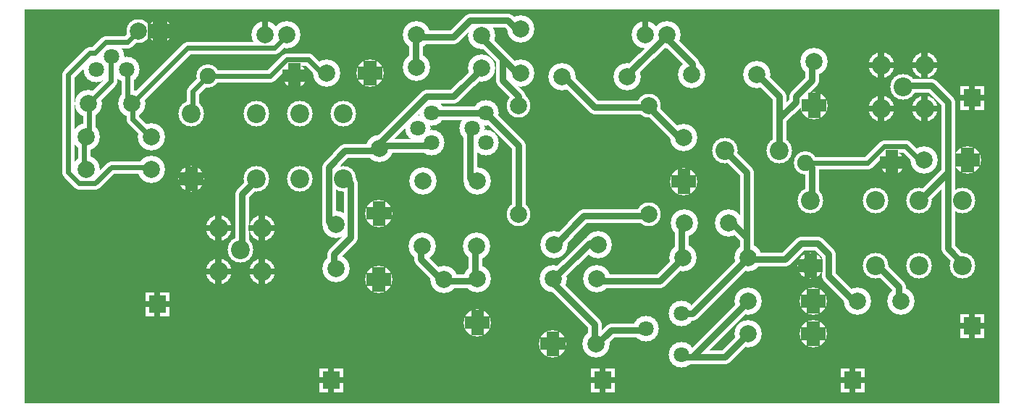
<source format=gbr>
%FSLAX34Y34*%
%MOMM*%
%LNCOPPER_BOTTOM*%
G71*
G01*
%ADD10C,2.800*%
%ADD11C,3.000*%
%ADD12C,3.200*%
%ADD13C,3.000*%
%ADD14C,2.800*%
%ADD15C,1.600*%
%ADD16C,2.700*%
%ADD17C,1.400*%
%ADD18C,0.733*%
%ADD19C,0.667*%
%ADD20C,1.467*%
%ADD21C,0.813*%
%ADD22C,1.693*%
%ADD23C,2.000*%
%ADD24C,1.800*%
%ADD25C,2.200*%
%ADD26C,4.300*%
%ADD27C,2.000*%
%ADD28C,0.800*%
%ADD29C,1.900*%
%ADD30C,0.600*%
%LPD*%
G36*
X0Y0D02*
X1140000Y0D01*
X1140000Y-460000D01*
X0Y-460000D01*
X0Y0D01*
G37*
%LPC*%
X577850Y-112650D02*
G54D10*
D03*
X730250Y-112650D02*
G54D10*
D03*
X577850Y-239650D02*
G54D10*
D03*
X730250Y-239650D02*
G54D10*
D03*
X476250Y-120650D02*
G54D11*
D03*
X460350Y-138225D02*
G54D11*
D03*
X476285Y-155841D02*
G54D11*
D03*
X539750Y-120650D02*
G54D11*
D03*
X523850Y-138225D02*
G54D11*
D03*
X539785Y-155841D02*
G54D11*
D03*
X465479Y-276275D02*
G54D12*
D03*
X465529Y-200025D02*
G54D12*
D03*
X528979Y-276275D02*
G54D12*
D03*
X529029Y-200025D02*
G54D12*
D03*
X226781Y-255519D02*
G54D13*
D03*
X277581Y-255519D02*
G54D13*
D03*
X252181Y-280919D02*
G54D13*
D03*
X277581Y-306319D02*
G54D13*
D03*
X226781Y-306319D02*
G54D13*
D03*
G36*
X141576Y-330363D02*
X169576Y-330363D01*
X169576Y-358363D01*
X141576Y-358363D01*
X141576Y-330363D01*
G37*
X768350Y-355600D02*
G54D11*
D03*
X727050Y-373175D02*
G54D11*
D03*
X768385Y-403491D02*
G54D11*
D03*
X529631Y-314991D02*
G54D12*
D03*
X529743Y-365972D02*
G54D12*
D03*
X414190Y-315506D02*
G54D12*
D03*
X490440Y-315556D02*
G54D12*
D03*
X414679Y-238175D02*
G54D12*
D03*
X414729Y-161925D02*
G54D12*
D03*
X458640Y-29756D02*
G54D12*
D03*
X534890Y-29806D02*
G54D12*
D03*
X458640Y-67856D02*
G54D12*
D03*
X534890Y-67906D02*
G54D12*
D03*
X580431Y-22891D02*
G54D12*
D03*
X580543Y-73872D02*
G54D12*
D03*
X628230Y-78696D02*
G54D12*
D03*
X704480Y-78746D02*
G54D12*
D03*
X770931Y-149891D02*
G54D12*
D03*
X771043Y-200872D02*
G54D12*
D03*
X670422Y-275076D02*
G54D12*
D03*
X619441Y-275189D02*
G54D12*
D03*
X845990Y-340906D02*
G54D12*
D03*
X922240Y-340956D02*
G54D12*
D03*
X668679Y-390575D02*
G54D12*
D03*
X668729Y-314325D02*
G54D12*
D03*
X617879Y-390575D02*
G54D12*
D03*
X617929Y-314325D02*
G54D12*
D03*
X769790Y-290106D02*
G54D12*
D03*
X846040Y-290156D02*
G54D12*
D03*
X845990Y-379006D02*
G54D12*
D03*
X922240Y-379056D02*
G54D12*
D03*
X822822Y-249676D02*
G54D12*
D03*
X771841Y-249789D02*
G54D12*
D03*
X974079Y-340710D02*
G54D12*
D03*
X1025059Y-340598D02*
G54D12*
D03*
X923331Y-60991D02*
G54D12*
D03*
X923443Y-111972D02*
G54D12*
D03*
X771043Y-200872D02*
G54D14*
D03*
X617879Y-390575D02*
G54D14*
D03*
X922240Y-340956D02*
G54D14*
D03*
X922240Y-340956D02*
G54D14*
D03*
X922240Y-379056D02*
G54D14*
D03*
X819150Y-165100D02*
G54D13*
D03*
X882650Y-165100D02*
G54D13*
D03*
X923443Y-111972D02*
G54D14*
D03*
X780322Y-75867D02*
G54D12*
D03*
X856572Y-75917D02*
G54D12*
D03*
X856572Y-75917D02*
G54D12*
D03*
X414190Y-315506D02*
G54D14*
D03*
X414679Y-238175D02*
G54D14*
D03*
X364531Y-251491D02*
G54D12*
D03*
X364643Y-302472D02*
G54D12*
D03*
X1001481Y-65019D02*
G54D13*
D03*
X1052281Y-65019D02*
G54D13*
D03*
X1026881Y-90419D02*
G54D13*
D03*
X1052281Y-115819D02*
G54D13*
D03*
X1001481Y-115819D02*
G54D13*
D03*
X725625Y-29175D02*
G54D12*
D03*
X751125Y-29175D02*
G54D12*
D03*
G54D15*
X414729Y-161925D02*
X412750Y-165100D01*
X419100Y-158750D01*
X476250Y-158750D01*
X476285Y-155841D01*
G54D15*
X490440Y-315556D02*
X488950Y-317500D01*
X463550Y-292100D01*
X463550Y-279400D01*
X465479Y-276275D01*
G54D15*
X529631Y-314991D02*
X527050Y-317500D01*
X527050Y-279400D01*
X528979Y-276275D01*
G54D15*
X617929Y-314325D02*
X615950Y-317500D01*
X660400Y-273050D01*
X673100Y-273050D01*
X670422Y-275076D01*
G54D15*
X619441Y-275189D02*
X622300Y-273050D01*
X654050Y-241300D01*
X730250Y-241300D01*
X730250Y-239650D01*
G54D15*
X617929Y-314325D02*
X615950Y-317500D01*
X666750Y-368300D01*
X666750Y-393700D01*
X668679Y-390575D01*
G54D15*
X769790Y-290106D02*
X768350Y-292100D01*
X742950Y-317500D01*
X666750Y-317500D01*
X668729Y-314325D01*
G54D15*
X668679Y-390575D02*
X666750Y-393700D01*
X685800Y-374650D01*
X723900Y-374650D01*
X727050Y-373175D01*
G54D15*
X846040Y-290156D02*
X844550Y-292100D01*
X781050Y-355600D01*
X768350Y-355600D01*
G54D15*
X845990Y-340906D02*
X844550Y-342900D01*
X781050Y-406400D01*
X768350Y-406400D01*
X768385Y-403491D01*
G54D15*
X845990Y-379006D02*
X844550Y-381000D01*
X819150Y-406400D01*
X768350Y-406400D01*
X768385Y-403491D01*
G54D15*
X771841Y-249789D02*
X774700Y-247650D01*
X768350Y-254000D01*
X768350Y-292100D01*
X769790Y-290106D01*
G54D15*
X822822Y-249676D02*
X825500Y-247650D01*
X844550Y-266700D01*
X844550Y-292100D01*
X846040Y-290156D01*
G54D15*
X819150Y-165100D02*
X844550Y-190500D01*
X844550Y-292100D01*
X846040Y-290156D01*
G54D15*
X882650Y-127000D02*
X901700Y-107950D01*
X901700Y-101600D01*
X920750Y-82550D01*
X920750Y-63500D01*
X923331Y-60991D01*
G54D15*
X856572Y-75917D02*
X857250Y-76200D01*
X882650Y-101600D01*
X882650Y-165100D01*
G54D15*
X751125Y-29175D02*
X749300Y-31750D01*
X781050Y-63500D01*
X781050Y-76200D01*
X780322Y-75867D01*
G54D15*
X751125Y-29175D02*
X749300Y-31750D01*
X704850Y-76200D01*
X704480Y-78746D01*
G54D15*
X770931Y-149891D02*
X768350Y-152400D01*
X730250Y-114300D01*
X730250Y-112650D01*
G54D15*
X628230Y-78696D02*
X628650Y-76200D01*
X666750Y-114300D01*
X730250Y-114300D01*
X730250Y-112650D01*
G54D15*
X539750Y-120650D02*
X577850Y-158750D01*
X577850Y-241300D01*
X577850Y-239650D01*
G54D15*
X529029Y-200025D02*
X527050Y-203200D01*
X520700Y-196850D01*
X520700Y-139700D01*
X523850Y-138225D01*
G54D15*
X539750Y-120650D02*
X476250Y-120650D01*
G54D15*
X534890Y-67906D02*
X533400Y-69850D01*
X501650Y-101600D01*
X469900Y-101600D01*
X412750Y-158750D01*
X412750Y-165100D01*
X414729Y-161925D01*
G54D15*
X534890Y-29806D02*
X533400Y-31750D01*
X558800Y-57150D01*
X558800Y-82550D01*
X577850Y-101600D01*
X577850Y-114300D01*
X577850Y-112650D01*
G54D15*
X580543Y-73872D02*
X577850Y-76200D01*
X533400Y-31750D01*
X534890Y-29806D01*
G54D15*
X580431Y-22891D02*
X577850Y-25400D01*
X565150Y-12700D01*
X520700Y-12700D01*
X501650Y-31750D01*
X457200Y-31750D01*
X458640Y-29756D01*
G54D15*
X490440Y-315556D02*
X488950Y-317500D01*
X527050Y-317500D01*
X529631Y-314991D01*
X529743Y-365972D02*
G54D14*
D03*
G54D15*
X458640Y-67856D02*
X457200Y-69850D01*
X457200Y-31750D01*
X458640Y-29756D01*
G36*
X344776Y-419263D02*
X372776Y-419263D01*
X372776Y-447263D01*
X344776Y-447263D01*
X344776Y-419263D01*
G37*
G36*
X954376Y-419263D02*
X982376Y-419263D01*
X982376Y-447263D01*
X954376Y-447263D01*
X954376Y-419263D01*
G37*
G36*
X1094076Y-355763D02*
X1122076Y-355763D01*
X1122076Y-383763D01*
X1094076Y-383763D01*
X1094076Y-355763D01*
G37*
G36*
X662276Y-419263D02*
X690276Y-419263D01*
X690276Y-447263D01*
X662276Y-447263D01*
X662276Y-419263D01*
G37*
X195150Y-197912D02*
G54D13*
D03*
X195150Y-121712D02*
G54D13*
D03*
X271350Y-197912D02*
G54D13*
D03*
X322150Y-197912D02*
G54D13*
D03*
X372950Y-197912D02*
G54D13*
D03*
X271350Y-121711D02*
G54D13*
D03*
X322150Y-121711D02*
G54D13*
D03*
X372950Y-121712D02*
G54D13*
D03*
X315799Y-77261D02*
G54D16*
D03*
X214199Y-77261D02*
G54D16*
D03*
X404192Y-74303D02*
G54D12*
D03*
X353212Y-74415D02*
G54D12*
D03*
X315799Y-77261D02*
G54D14*
D03*
X404192Y-74303D02*
G54D14*
D03*
G54D17*
X353211Y-74415D02*
X350849Y-77261D01*
X331799Y-58211D01*
X306399Y-58211D01*
X287349Y-77261D01*
X211149Y-77261D01*
X214199Y-77261D01*
X281125Y-29175D02*
G54D12*
D03*
X306625Y-29175D02*
G54D12*
D03*
X919050Y-299512D02*
G54D13*
D03*
X919050Y-223312D02*
G54D13*
D03*
X995250Y-299512D02*
G54D13*
D03*
X1046050Y-299512D02*
G54D13*
D03*
X1096850Y-299512D02*
G54D13*
D03*
X995250Y-223311D02*
G54D13*
D03*
X1046050Y-223311D02*
G54D13*
D03*
X1096850Y-223312D02*
G54D13*
D03*
X1014299Y-178861D02*
G54D16*
D03*
X912699Y-178861D02*
G54D16*
D03*
X1102692Y-175903D02*
G54D12*
D03*
X1051712Y-176015D02*
G54D12*
D03*
X1014299Y-178861D02*
G54D14*
D03*
X1102692Y-175903D02*
G54D14*
D03*
G54D17*
X1051711Y-176015D02*
X1049349Y-178861D01*
X1030299Y-159811D01*
X1004899Y-159811D01*
X985849Y-178861D01*
X909649Y-178861D01*
X912699Y-178861D01*
G54D15*
X912699Y-178861D02*
X914400Y-177800D01*
X920750Y-184150D01*
X920750Y-222250D01*
X919050Y-223312D01*
G54D15*
X271350Y-197912D02*
X273050Y-196850D01*
X254000Y-215900D01*
X254000Y-279400D01*
X252181Y-280919D01*
G54D15*
X372950Y-197912D02*
X374650Y-196850D01*
X381000Y-203200D01*
X381000Y-266700D01*
X361950Y-285750D01*
X361950Y-304800D01*
X364643Y-302472D01*
G54D15*
X364531Y-251491D02*
X361950Y-254000D01*
X355600Y-247650D01*
X355600Y-184150D01*
X374650Y-165100D01*
X412750Y-165100D01*
X414729Y-161925D01*
X195150Y-197912D02*
G54D14*
D03*
X919050Y-299512D02*
G54D14*
D03*
G54D15*
X974079Y-340710D02*
X971550Y-342900D01*
X939800Y-311150D01*
X939800Y-285750D01*
X927100Y-273050D01*
X908050Y-273050D01*
X889000Y-292100D01*
X844550Y-292100D01*
X846040Y-290156D01*
G54D15*
X995250Y-299512D02*
X996950Y-298450D01*
X1022350Y-323850D01*
X1022350Y-342900D01*
X1025059Y-340598D01*
G54D15*
X1096850Y-299512D02*
X1098550Y-298450D01*
X1079500Y-279400D01*
X1079500Y-107950D01*
X1060450Y-88900D01*
X1028700Y-88900D01*
X1026881Y-90419D01*
G54D15*
X1046050Y-223311D02*
X1047750Y-222250D01*
X1079500Y-190500D01*
X1079500Y-107950D01*
X1060450Y-88900D01*
X1028700Y-88900D01*
X1026881Y-90419D01*
G36*
X1094076Y-89063D02*
X1122076Y-89063D01*
X1122076Y-117063D01*
X1094076Y-117063D01*
X1094076Y-89063D01*
G37*
X119468Y-70278D02*
G54D11*
D03*
X101893Y-54378D02*
G54D11*
D03*
X84277Y-70313D02*
G54D11*
D03*
X74403Y-109665D02*
G54D12*
D03*
X125384Y-109552D02*
G54D12*
D03*
X71996Y-149012D02*
G54D12*
D03*
X148246Y-149062D02*
G54D12*
D03*
X71996Y-187112D02*
G54D12*
D03*
X148246Y-187162D02*
G54D12*
D03*
G54D17*
X148245Y-149061D02*
X145746Y-147069D01*
X126696Y-128019D01*
X126696Y-108969D01*
X125384Y-109552D01*
G54D17*
X125384Y-109552D02*
X126696Y-108969D01*
X120346Y-102619D01*
X120346Y-70869D01*
X119468Y-70278D01*
G54D17*
X74403Y-109664D02*
X75896Y-108969D01*
X101296Y-83569D01*
X101296Y-51819D01*
X101893Y-54378D01*
G54D17*
X71995Y-149011D02*
X69546Y-147069D01*
X75896Y-140719D01*
X75896Y-108969D01*
X74403Y-109664D01*
G54D17*
X71995Y-187112D02*
X69546Y-185169D01*
X69546Y-147069D01*
X71995Y-149011D01*
X133350Y-25400D02*
G54D10*
D03*
X158750Y-25400D02*
G54D10*
D03*
G54D17*
X125384Y-109552D02*
X127000Y-107950D01*
X190500Y-44450D01*
X292100Y-44450D01*
X304800Y-31750D01*
X306625Y-29175D01*
G54D17*
X133350Y-25400D02*
X120650Y-38100D01*
X95250Y-38100D01*
X82550Y-50800D01*
X76200Y-50800D01*
X50800Y-76200D01*
X50800Y-190500D01*
X63500Y-203200D01*
X82550Y-203200D01*
X101600Y-184150D01*
X146050Y-184150D01*
X148246Y-187162D01*
G54D17*
X214199Y-77261D02*
X215900Y-76200D01*
X196850Y-95250D01*
X196850Y-120650D01*
X195150Y-121712D01*
%LPD*%
G54D18*
G36*
X223115Y-255519D02*
X223115Y-240019D01*
X230448Y-240019D01*
X230448Y-255519D01*
X223115Y-255519D01*
G37*
G36*
X226781Y-251852D02*
X242281Y-251852D01*
X242281Y-259185D01*
X226781Y-259185D01*
X226781Y-251852D01*
G37*
G36*
X230448Y-255519D02*
X230448Y-271019D01*
X223115Y-271019D01*
X223115Y-255519D01*
X230448Y-255519D01*
G37*
G36*
X226781Y-259185D02*
X211281Y-259185D01*
X211281Y-251852D01*
X226781Y-251852D01*
X226781Y-259185D01*
G37*
G54D18*
G36*
X273915Y-255519D02*
X273915Y-240019D01*
X281248Y-240019D01*
X281248Y-255519D01*
X273915Y-255519D01*
G37*
G36*
X277581Y-251852D02*
X293081Y-251852D01*
X293081Y-259185D01*
X277581Y-259185D01*
X277581Y-251852D01*
G37*
G36*
X281248Y-255519D02*
X281248Y-271019D01*
X273915Y-271019D01*
X273915Y-255519D01*
X281248Y-255519D01*
G37*
G36*
X277581Y-259185D02*
X262081Y-259185D01*
X262081Y-251852D01*
X277581Y-251852D01*
X277581Y-259185D01*
G37*
G54D18*
G36*
X273915Y-306319D02*
X273915Y-290819D01*
X281248Y-290819D01*
X281248Y-306319D01*
X273915Y-306319D01*
G37*
G36*
X277581Y-302652D02*
X293081Y-302652D01*
X293081Y-309985D01*
X277581Y-309985D01*
X277581Y-302652D01*
G37*
G36*
X281248Y-306319D02*
X281248Y-321819D01*
X273915Y-321819D01*
X273915Y-306319D01*
X281248Y-306319D01*
G37*
G36*
X277581Y-309985D02*
X262081Y-309985D01*
X262081Y-302652D01*
X277581Y-302652D01*
X277581Y-309985D01*
G37*
G54D18*
G36*
X223115Y-306319D02*
X223115Y-290819D01*
X230448Y-290819D01*
X230448Y-306319D01*
X223115Y-306319D01*
G37*
G36*
X226781Y-302652D02*
X242281Y-302652D01*
X242281Y-309985D01*
X226781Y-309985D01*
X226781Y-302652D01*
G37*
G36*
X230448Y-306319D02*
X230448Y-321819D01*
X223115Y-321819D01*
X223115Y-306319D01*
X230448Y-306319D01*
G37*
G36*
X226781Y-309985D02*
X211281Y-309985D01*
X211281Y-302652D01*
X226781Y-302652D01*
X226781Y-309985D01*
G37*
G54D19*
G36*
X152243Y-344363D02*
X152243Y-329863D01*
X158909Y-329863D01*
X158909Y-344363D01*
X152243Y-344363D01*
G37*
G36*
X155576Y-341030D02*
X170076Y-341030D01*
X170076Y-347696D01*
X155576Y-347696D01*
X155576Y-341030D01*
G37*
G36*
X158909Y-344363D02*
X158909Y-358863D01*
X152243Y-358863D01*
X152243Y-344363D01*
X158909Y-344363D01*
G37*
G36*
X155576Y-347696D02*
X141076Y-347696D01*
X141076Y-341030D01*
X155576Y-341030D01*
X155576Y-347696D01*
G37*
G54D20*
G36*
X763710Y-200872D02*
X763710Y-186372D01*
X778377Y-186372D01*
X778377Y-200872D01*
X763710Y-200872D01*
G37*
G36*
X771043Y-193538D02*
X785543Y-193538D01*
X785543Y-208205D01*
X771043Y-208205D01*
X771043Y-193538D01*
G37*
G36*
X778377Y-200872D02*
X778377Y-215372D01*
X763710Y-215372D01*
X763710Y-200872D01*
X778377Y-200872D01*
G37*
G36*
X771043Y-208205D02*
X756543Y-208205D01*
X756543Y-193538D01*
X771043Y-193538D01*
X771043Y-208205D01*
G37*
G54D20*
G36*
X610546Y-390575D02*
X610546Y-376075D01*
X625212Y-376075D01*
X625212Y-390575D01*
X610546Y-390575D01*
G37*
G36*
X617879Y-383242D02*
X632379Y-383242D01*
X632379Y-397908D01*
X617879Y-397908D01*
X617879Y-383242D01*
G37*
G36*
X625212Y-390575D02*
X625212Y-405075D01*
X610546Y-405075D01*
X610546Y-390575D01*
X625212Y-390575D01*
G37*
G36*
X617879Y-397908D02*
X603379Y-397908D01*
X603379Y-383242D01*
X617879Y-383242D01*
X617879Y-397908D01*
G37*
G54D20*
G36*
X914907Y-340956D02*
X914907Y-326456D01*
X929573Y-326456D01*
X929573Y-340956D01*
X914907Y-340956D01*
G37*
G36*
X922240Y-333622D02*
X936740Y-333622D01*
X936740Y-348289D01*
X922240Y-348289D01*
X922240Y-333622D01*
G37*
G36*
X929573Y-340956D02*
X929573Y-355456D01*
X914907Y-355456D01*
X914907Y-340956D01*
X929573Y-340956D01*
G37*
G36*
X922240Y-348289D02*
X907740Y-348289D01*
X907740Y-333622D01*
X922240Y-333622D01*
X922240Y-348289D01*
G37*
G54D20*
G36*
X914907Y-340956D02*
X914907Y-326456D01*
X929573Y-326456D01*
X929573Y-340956D01*
X914907Y-340956D01*
G37*
G36*
X922240Y-333622D02*
X936740Y-333622D01*
X936740Y-348289D01*
X922240Y-348289D01*
X922240Y-333622D01*
G37*
G36*
X929573Y-340956D02*
X929573Y-355456D01*
X914907Y-355456D01*
X914907Y-340956D01*
X929573Y-340956D01*
G37*
G36*
X922240Y-348289D02*
X907740Y-348289D01*
X907740Y-333622D01*
X922240Y-333622D01*
X922240Y-348289D01*
G37*
G54D20*
G36*
X914907Y-379056D02*
X914907Y-364556D01*
X929573Y-364556D01*
X929573Y-379056D01*
X914907Y-379056D01*
G37*
G36*
X922240Y-371722D02*
X936740Y-371722D01*
X936740Y-386389D01*
X922240Y-386389D01*
X922240Y-371722D01*
G37*
G36*
X929573Y-379056D02*
X929573Y-393556D01*
X914907Y-393556D01*
X914907Y-379056D01*
X929573Y-379056D01*
G37*
G36*
X922240Y-386389D02*
X907740Y-386389D01*
X907740Y-371722D01*
X922240Y-371722D01*
X922240Y-386389D01*
G37*
G54D20*
G36*
X916110Y-111972D02*
X916110Y-97472D01*
X930777Y-97472D01*
X930777Y-111972D01*
X916110Y-111972D01*
G37*
G36*
X923443Y-104638D02*
X937943Y-104638D01*
X937943Y-119305D01*
X923443Y-119305D01*
X923443Y-104638D01*
G37*
G36*
X930777Y-111972D02*
X930777Y-126472D01*
X916110Y-126472D01*
X916110Y-111972D01*
X930777Y-111972D01*
G37*
G36*
X923443Y-119305D02*
X908943Y-119305D01*
X908943Y-104638D01*
X923443Y-104638D01*
X923443Y-119305D01*
G37*
G54D20*
G36*
X406857Y-315506D02*
X406857Y-301006D01*
X421523Y-301006D01*
X421523Y-315506D01*
X406857Y-315506D01*
G37*
G36*
X414190Y-308172D02*
X428690Y-308172D01*
X428690Y-322839D01*
X414190Y-322839D01*
X414190Y-308172D01*
G37*
G36*
X421523Y-315506D02*
X421523Y-330006D01*
X406857Y-330006D01*
X406857Y-315506D01*
X421523Y-315506D01*
G37*
G36*
X414190Y-322839D02*
X399690Y-322839D01*
X399690Y-308172D01*
X414190Y-308172D01*
X414190Y-322839D01*
G37*
G54D20*
G36*
X407346Y-238175D02*
X407346Y-223675D01*
X422012Y-223675D01*
X422012Y-238175D01*
X407346Y-238175D01*
G37*
G36*
X414679Y-230842D02*
X429179Y-230842D01*
X429179Y-245508D01*
X414679Y-245508D01*
X414679Y-230842D01*
G37*
G36*
X422012Y-238175D02*
X422012Y-252675D01*
X407346Y-252675D01*
X407346Y-238175D01*
X422012Y-238175D01*
G37*
G36*
X414679Y-245508D02*
X400179Y-245508D01*
X400179Y-230842D01*
X414679Y-230842D01*
X414679Y-245508D01*
G37*
G54D18*
G36*
X997815Y-65019D02*
X997815Y-49519D01*
X1005148Y-49519D01*
X1005148Y-65019D01*
X997815Y-65019D01*
G37*
G36*
X1001481Y-61352D02*
X1016981Y-61352D01*
X1016981Y-68685D01*
X1001481Y-68685D01*
X1001481Y-61352D01*
G37*
G36*
X1005148Y-65019D02*
X1005148Y-80519D01*
X997815Y-80519D01*
X997815Y-65019D01*
X1005148Y-65019D01*
G37*
G36*
X1001481Y-68685D02*
X985981Y-68685D01*
X985981Y-61352D01*
X1001481Y-61352D01*
X1001481Y-68685D01*
G37*
G54D18*
G36*
X1048615Y-65019D02*
X1048615Y-49519D01*
X1055948Y-49519D01*
X1055948Y-65019D01*
X1048615Y-65019D01*
G37*
G36*
X1052281Y-61352D02*
X1067781Y-61352D01*
X1067781Y-68685D01*
X1052281Y-68685D01*
X1052281Y-61352D01*
G37*
G36*
X1055948Y-65019D02*
X1055948Y-80519D01*
X1048615Y-80519D01*
X1048615Y-65019D01*
X1055948Y-65019D01*
G37*
G36*
X1052281Y-68685D02*
X1036781Y-68685D01*
X1036781Y-61352D01*
X1052281Y-61352D01*
X1052281Y-68685D01*
G37*
G54D18*
G36*
X1048615Y-115819D02*
X1048615Y-100319D01*
X1055948Y-100319D01*
X1055948Y-115819D01*
X1048615Y-115819D01*
G37*
G36*
X1052281Y-112152D02*
X1067781Y-112152D01*
X1067781Y-119485D01*
X1052281Y-119485D01*
X1052281Y-112152D01*
G37*
G36*
X1055948Y-115819D02*
X1055948Y-131319D01*
X1048615Y-131319D01*
X1048615Y-115819D01*
X1055948Y-115819D01*
G37*
G36*
X1052281Y-119485D02*
X1036781Y-119485D01*
X1036781Y-112152D01*
X1052281Y-112152D01*
X1052281Y-119485D01*
G37*
G54D18*
G36*
X997815Y-115819D02*
X997815Y-100319D01*
X1005148Y-100319D01*
X1005148Y-115819D01*
X997815Y-115819D01*
G37*
G36*
X1001481Y-112152D02*
X1016981Y-112152D01*
X1016981Y-119485D01*
X1001481Y-119485D01*
X1001481Y-112152D01*
G37*
G36*
X1005148Y-115819D02*
X1005148Y-131319D01*
X997815Y-131319D01*
X997815Y-115819D01*
X1005148Y-115819D01*
G37*
G36*
X1001481Y-119485D02*
X985981Y-119485D01*
X985981Y-112152D01*
X1001481Y-112152D01*
X1001481Y-119485D01*
G37*
G54D19*
G36*
X722292Y-29175D02*
X722292Y-12675D01*
X728958Y-12675D01*
X728958Y-29175D01*
X722292Y-29175D01*
G37*
G54D21*
G54D20*
G36*
X522410Y-365972D02*
X522410Y-351472D01*
X537077Y-351472D01*
X537077Y-365972D01*
X522410Y-365972D01*
G37*
G36*
X529743Y-358638D02*
X544243Y-358638D01*
X544243Y-373305D01*
X529743Y-373305D01*
X529743Y-358638D01*
G37*
G36*
X537077Y-365972D02*
X537077Y-380472D01*
X522410Y-380472D01*
X522410Y-365972D01*
X537077Y-365972D01*
G37*
G36*
X529743Y-373305D02*
X515243Y-373305D01*
X515243Y-358638D01*
X529743Y-358638D01*
X529743Y-373305D01*
G37*
G54D19*
G36*
X355443Y-433263D02*
X355443Y-418763D01*
X362109Y-418763D01*
X362109Y-433263D01*
X355443Y-433263D01*
G37*
G36*
X358776Y-429930D02*
X373276Y-429930D01*
X373276Y-436596D01*
X358776Y-436596D01*
X358776Y-429930D01*
G37*
G36*
X362109Y-433263D02*
X362109Y-447763D01*
X355443Y-447763D01*
X355443Y-433263D01*
X362109Y-433263D01*
G37*
G36*
X358776Y-436596D02*
X344276Y-436596D01*
X344276Y-429930D01*
X358776Y-429930D01*
X358776Y-436596D01*
G37*
G54D19*
G36*
X965043Y-433263D02*
X965043Y-418763D01*
X971709Y-418763D01*
X971709Y-433263D01*
X965043Y-433263D01*
G37*
G36*
X968376Y-429930D02*
X982876Y-429930D01*
X982876Y-436596D01*
X968376Y-436596D01*
X968376Y-429930D01*
G37*
G36*
X971709Y-433263D02*
X971709Y-447763D01*
X965043Y-447763D01*
X965043Y-433263D01*
X971709Y-433263D01*
G37*
G36*
X968376Y-436596D02*
X953876Y-436596D01*
X953876Y-429930D01*
X968376Y-429930D01*
X968376Y-436596D01*
G37*
G54D19*
G36*
X1104743Y-369763D02*
X1104743Y-355263D01*
X1111409Y-355263D01*
X1111409Y-369763D01*
X1104743Y-369763D01*
G37*
G36*
X1108076Y-366430D02*
X1122576Y-366430D01*
X1122576Y-373096D01*
X1108076Y-373096D01*
X1108076Y-366430D01*
G37*
G36*
X1111409Y-369763D02*
X1111409Y-384263D01*
X1104743Y-384263D01*
X1104743Y-369763D01*
X1111409Y-369763D01*
G37*
G36*
X1108076Y-373096D02*
X1093576Y-373096D01*
X1093576Y-366430D01*
X1108076Y-366430D01*
X1108076Y-373096D01*
G37*
G54D19*
G36*
X672943Y-433263D02*
X672943Y-418763D01*
X679609Y-418763D01*
X679609Y-433263D01*
X672943Y-433263D01*
G37*
G36*
X676276Y-429930D02*
X690776Y-429930D01*
X690776Y-436596D01*
X676276Y-436596D01*
X676276Y-429930D01*
G37*
G36*
X679609Y-433263D02*
X679609Y-447763D01*
X672943Y-447763D01*
X672943Y-433263D01*
X679609Y-433263D01*
G37*
G36*
X676276Y-436596D02*
X661776Y-436596D01*
X661776Y-429930D01*
X676276Y-429930D01*
X676276Y-436596D01*
G37*
G54D20*
G36*
X315799Y-84594D02*
X301299Y-84594D01*
X301299Y-69928D01*
X315799Y-69928D01*
X315799Y-84594D01*
G37*
G36*
X308466Y-77261D02*
X308466Y-62761D01*
X323132Y-62761D01*
X323132Y-77261D01*
X308466Y-77261D01*
G37*
G36*
X315799Y-69928D02*
X330299Y-69928D01*
X330299Y-84594D01*
X315799Y-84594D01*
X315799Y-69928D01*
G37*
G36*
X323132Y-77261D02*
X323132Y-91761D01*
X308466Y-91761D01*
X308466Y-77261D01*
X323132Y-77261D01*
G37*
G54D20*
G36*
X404192Y-81636D02*
X389692Y-81636D01*
X389692Y-66970D01*
X404192Y-66970D01*
X404192Y-81636D01*
G37*
G36*
X396859Y-74303D02*
X396859Y-59803D01*
X411525Y-59803D01*
X411525Y-74303D01*
X396859Y-74303D01*
G37*
G36*
X404192Y-66970D02*
X418692Y-66970D01*
X418692Y-81636D01*
X404192Y-81636D01*
X404192Y-66970D01*
G37*
G36*
X411525Y-74303D02*
X411525Y-88803D01*
X396859Y-88803D01*
X396859Y-74303D01*
X411525Y-74303D01*
G37*
G54D19*
G36*
X277792Y-29175D02*
X277792Y-12675D01*
X284458Y-12675D01*
X284458Y-29175D01*
X277792Y-29175D01*
G37*
G54D21*
G54D20*
G36*
X1014299Y-186194D02*
X999799Y-186194D01*
X999799Y-171528D01*
X1014299Y-171528D01*
X1014299Y-186194D01*
G37*
G36*
X1006966Y-178861D02*
X1006966Y-164361D01*
X1021633Y-164361D01*
X1021633Y-178861D01*
X1006966Y-178861D01*
G37*
G36*
X1014299Y-171528D02*
X1028799Y-171528D01*
X1028799Y-186194D01*
X1014299Y-186194D01*
X1014299Y-171528D01*
G37*
G36*
X1021633Y-178861D02*
X1021633Y-193361D01*
X1006966Y-193361D01*
X1006966Y-178861D01*
X1021633Y-178861D01*
G37*
G54D20*
G36*
X1102692Y-183236D02*
X1088192Y-183236D01*
X1088192Y-168570D01*
X1102692Y-168570D01*
X1102692Y-183236D01*
G37*
G36*
X1095359Y-175903D02*
X1095359Y-161403D01*
X1110025Y-161403D01*
X1110025Y-175903D01*
X1095359Y-175903D01*
G37*
G36*
X1102692Y-168570D02*
X1117192Y-168570D01*
X1117192Y-183236D01*
X1102692Y-183236D01*
X1102692Y-168570D01*
G37*
G36*
X1110025Y-175903D02*
X1110025Y-190403D01*
X1095359Y-190403D01*
X1095359Y-175903D01*
X1110025Y-175903D01*
G37*
G54D20*
G36*
X195150Y-205245D02*
X180650Y-205245D01*
X180650Y-190578D01*
X195150Y-190578D01*
X195150Y-205245D01*
G37*
G36*
X187817Y-197912D02*
X187817Y-183412D01*
X202483Y-183412D01*
X202483Y-197912D01*
X187817Y-197912D01*
G37*
G36*
X195150Y-190578D02*
X209650Y-190578D01*
X209650Y-205245D01*
X195150Y-205245D01*
X195150Y-190578D01*
G37*
G36*
X202483Y-197912D02*
X202483Y-212412D01*
X187817Y-212412D01*
X187817Y-197912D01*
X202483Y-197912D01*
G37*
G54D20*
G36*
X919050Y-306845D02*
X904550Y-306845D01*
X904550Y-292178D01*
X919050Y-292178D01*
X919050Y-306845D01*
G37*
G36*
X911717Y-299512D02*
X911717Y-285012D01*
X926383Y-285012D01*
X926383Y-299512D01*
X911717Y-299512D01*
G37*
G36*
X919050Y-292178D02*
X933550Y-292178D01*
X933550Y-306845D01*
X919050Y-306845D01*
X919050Y-292178D01*
G37*
G36*
X926383Y-299512D02*
X926383Y-314012D01*
X911717Y-314012D01*
X911717Y-299512D01*
X926383Y-299512D01*
G37*
G54D19*
G36*
X1104743Y-103063D02*
X1104743Y-88563D01*
X1111409Y-88563D01*
X1111409Y-103063D01*
X1104743Y-103063D01*
G37*
G36*
X1108076Y-99730D02*
X1122576Y-99730D01*
X1122576Y-106396D01*
X1108076Y-106396D01*
X1108076Y-99730D01*
G37*
G36*
X1111409Y-103063D02*
X1111409Y-117563D01*
X1104743Y-117563D01*
X1104743Y-103063D01*
X1111409Y-103063D01*
G37*
G36*
X1108076Y-106396D02*
X1093576Y-106396D01*
X1093576Y-99730D01*
X1108076Y-99730D01*
X1108076Y-106396D01*
G37*
G54D22*
G36*
X150283Y-25400D02*
X150283Y-10900D01*
X167217Y-10900D01*
X167217Y-25400D01*
X150283Y-25400D01*
G37*
G36*
X158750Y-16933D02*
X173250Y-16933D01*
X173250Y-33867D01*
X158750Y-33867D01*
X158750Y-16933D01*
G37*
G36*
X167217Y-25400D02*
X167217Y-39900D01*
X150283Y-39900D01*
X150283Y-25400D01*
X167217Y-25400D01*
G37*
G36*
X158750Y-33867D02*
X144250Y-33867D01*
X144250Y-16933D01*
X158750Y-16933D01*
X158750Y-33867D01*
G37*
X577850Y-112650D02*
G54D23*
D03*
X730250Y-112650D02*
G54D23*
D03*
X577850Y-239650D02*
G54D23*
D03*
X730250Y-239650D02*
G54D23*
D03*
X476250Y-120650D02*
G54D24*
D03*
X460350Y-138225D02*
G54D24*
D03*
X476285Y-155841D02*
G54D24*
D03*
X539750Y-120650D02*
G54D24*
D03*
X523850Y-138225D02*
G54D24*
D03*
X539785Y-155841D02*
G54D24*
D03*
X465479Y-276275D02*
G54D23*
D03*
X465529Y-200025D02*
G54D23*
D03*
X528979Y-276275D02*
G54D23*
D03*
X529029Y-200025D02*
G54D23*
D03*
X226781Y-255519D02*
G54D25*
D03*
X277581Y-255519D02*
G54D25*
D03*
X252181Y-280919D02*
G54D25*
D03*
X277581Y-306319D02*
G54D25*
D03*
X226781Y-306319D02*
G54D25*
D03*
X1108076Y-26863D02*
G54D26*
D03*
X1104900Y-419100D02*
G54D26*
D03*
G36*
X145576Y-334363D02*
X165576Y-334363D01*
X165576Y-354363D01*
X145576Y-354363D01*
X145576Y-334363D01*
G37*
X768350Y-355600D02*
G54D24*
D03*
X727050Y-373175D02*
G54D24*
D03*
X768385Y-403491D02*
G54D24*
D03*
X529631Y-314991D02*
G54D23*
D03*
X529743Y-365972D02*
G54D23*
D03*
X414190Y-315506D02*
G54D23*
D03*
X490440Y-315556D02*
G54D23*
D03*
X414679Y-238175D02*
G54D23*
D03*
X414729Y-161925D02*
G54D23*
D03*
X458640Y-29756D02*
G54D23*
D03*
X534890Y-29806D02*
G54D23*
D03*
X458640Y-67856D02*
G54D23*
D03*
X534890Y-67906D02*
G54D23*
D03*
X580431Y-22891D02*
G54D23*
D03*
X580543Y-73872D02*
G54D23*
D03*
X628230Y-78696D02*
G54D23*
D03*
X704480Y-78746D02*
G54D23*
D03*
X770931Y-149891D02*
G54D23*
D03*
X771043Y-200872D02*
G54D23*
D03*
X670422Y-275076D02*
G54D23*
D03*
X619441Y-275189D02*
G54D23*
D03*
X845990Y-340906D02*
G54D23*
D03*
X922240Y-340956D02*
G54D23*
D03*
X668679Y-390575D02*
G54D23*
D03*
X668729Y-314325D02*
G54D23*
D03*
X617879Y-390575D02*
G54D23*
D03*
X617929Y-314325D02*
G54D23*
D03*
X769790Y-290106D02*
G54D23*
D03*
X846040Y-290156D02*
G54D23*
D03*
X845990Y-379006D02*
G54D23*
D03*
X922240Y-379056D02*
G54D23*
D03*
X822822Y-249676D02*
G54D23*
D03*
X771841Y-249789D02*
G54D23*
D03*
X974079Y-340710D02*
G54D23*
D03*
X1025059Y-340598D02*
G54D23*
D03*
X923331Y-60991D02*
G54D23*
D03*
X923443Y-111972D02*
G54D23*
D03*
X771043Y-200872D02*
G54D27*
D03*
X617879Y-390575D02*
G54D27*
D03*
X922240Y-340956D02*
G54D27*
D03*
X922240Y-340956D02*
G54D27*
D03*
X922240Y-379056D02*
G54D27*
D03*
X819150Y-165100D02*
G54D25*
D03*
X882650Y-165100D02*
G54D25*
D03*
X923443Y-111972D02*
G54D27*
D03*
X780322Y-75867D02*
G54D23*
D03*
X856572Y-75917D02*
G54D23*
D03*
X856572Y-75917D02*
G54D23*
D03*
X414190Y-315506D02*
G54D27*
D03*
X414679Y-238175D02*
G54D27*
D03*
X364531Y-251491D02*
G54D23*
D03*
X364643Y-302472D02*
G54D23*
D03*
X1001481Y-65019D02*
G54D25*
D03*
X1052281Y-65019D02*
G54D25*
D03*
X1026881Y-90419D02*
G54D25*
D03*
X1052281Y-115819D02*
G54D25*
D03*
X1001481Y-115819D02*
G54D25*
D03*
X725625Y-29175D02*
G54D23*
D03*
X751125Y-29175D02*
G54D23*
D03*
G54D28*
X414729Y-161925D02*
X412750Y-165100D01*
X419100Y-158750D01*
X476250Y-158750D01*
X476285Y-155841D01*
G54D28*
X490440Y-315556D02*
X488950Y-317500D01*
X463550Y-292100D01*
X463550Y-279400D01*
X465479Y-276275D01*
G54D28*
X529631Y-314991D02*
X527050Y-317500D01*
X527050Y-279400D01*
X528979Y-276275D01*
G54D28*
X617929Y-314325D02*
X615950Y-317500D01*
X660400Y-273050D01*
X673100Y-273050D01*
X670422Y-275076D01*
G54D28*
X619441Y-275189D02*
X622300Y-273050D01*
X654050Y-241300D01*
X730250Y-241300D01*
X730250Y-239650D01*
G54D28*
X617929Y-314325D02*
X615950Y-317500D01*
X666750Y-368300D01*
X666750Y-393700D01*
X668679Y-390575D01*
G54D28*
X769790Y-290106D02*
X768350Y-292100D01*
X742950Y-317500D01*
X666750Y-317500D01*
X668729Y-314325D01*
G54D28*
X668679Y-390575D02*
X666750Y-393700D01*
X685800Y-374650D01*
X723900Y-374650D01*
X727050Y-373175D01*
G54D28*
X846040Y-290156D02*
X844550Y-292100D01*
X781050Y-355600D01*
X768350Y-355600D01*
G54D28*
X845990Y-340906D02*
X844550Y-342900D01*
X781050Y-406400D01*
X768350Y-406400D01*
X768385Y-403491D01*
G54D28*
X845990Y-379006D02*
X844550Y-381000D01*
X819150Y-406400D01*
X768350Y-406400D01*
X768385Y-403491D01*
G54D28*
X771841Y-249789D02*
X774700Y-247650D01*
X768350Y-254000D01*
X768350Y-292100D01*
X769790Y-290106D01*
G54D28*
X822822Y-249676D02*
X825500Y-247650D01*
X844550Y-266700D01*
X844550Y-292100D01*
X846040Y-290156D01*
G54D28*
X819150Y-165100D02*
X844550Y-190500D01*
X844550Y-292100D01*
X846040Y-290156D01*
G54D28*
X882650Y-127000D02*
X901700Y-107950D01*
X901700Y-101600D01*
X920750Y-82550D01*
X920750Y-63500D01*
X923331Y-60991D01*
G54D28*
X856572Y-75917D02*
X857250Y-76200D01*
X882650Y-101600D01*
X882650Y-165100D01*
G54D28*
X751125Y-29175D02*
X749300Y-31750D01*
X781050Y-63500D01*
X781050Y-76200D01*
X780322Y-75867D01*
G54D28*
X751125Y-29175D02*
X749300Y-31750D01*
X704850Y-76200D01*
X704480Y-78746D01*
G54D28*
X770931Y-149891D02*
X768350Y-152400D01*
X730250Y-114300D01*
X730250Y-112650D01*
G54D28*
X628230Y-78696D02*
X628650Y-76200D01*
X666750Y-114300D01*
X730250Y-114300D01*
X730250Y-112650D01*
G54D28*
X539750Y-120650D02*
X577850Y-158750D01*
X577850Y-241300D01*
X577850Y-239650D01*
G54D28*
X529029Y-200025D02*
X527050Y-203200D01*
X520700Y-196850D01*
X520700Y-139700D01*
X523850Y-138225D01*
G54D28*
X539750Y-120650D02*
X476250Y-120650D01*
G54D28*
X534890Y-67906D02*
X533400Y-69850D01*
X501650Y-101600D01*
X469900Y-101600D01*
X412750Y-158750D01*
X412750Y-165100D01*
X414729Y-161925D01*
G54D28*
X534890Y-29806D02*
X533400Y-31750D01*
X558800Y-57150D01*
X558800Y-82550D01*
X577850Y-101600D01*
X577850Y-114300D01*
X577850Y-112650D01*
G54D28*
X580543Y-73872D02*
X577850Y-76200D01*
X533400Y-31750D01*
X534890Y-29806D01*
G54D28*
X580431Y-22891D02*
X577850Y-25400D01*
X565150Y-12700D01*
X520700Y-12700D01*
X501650Y-31750D01*
X457200Y-31750D01*
X458640Y-29756D01*
G54D28*
X490440Y-315556D02*
X488950Y-317500D01*
X527050Y-317500D01*
X529631Y-314991D01*
X529743Y-365972D02*
G54D27*
D03*
G54D28*
X458640Y-67856D02*
X457200Y-69850D01*
X457200Y-31750D01*
X458640Y-29756D01*
X25400Y-25400D02*
G54D26*
D03*
X25400Y-419100D02*
G54D26*
D03*
G36*
X348776Y-423263D02*
X368776Y-423263D01*
X368776Y-443263D01*
X348776Y-443263D01*
X348776Y-423263D01*
G37*
G36*
X958376Y-423263D02*
X978376Y-423263D01*
X978376Y-443263D01*
X958376Y-443263D01*
X958376Y-423263D01*
G37*
G36*
X1098076Y-359763D02*
X1118076Y-359763D01*
X1118076Y-379763D01*
X1098076Y-379763D01*
X1098076Y-359763D01*
G37*
G36*
X666276Y-423263D02*
X686276Y-423263D01*
X686276Y-443263D01*
X666276Y-443263D01*
X666276Y-423263D01*
G37*
X195150Y-197912D02*
G54D25*
D03*
X195150Y-121712D02*
G54D25*
D03*
X271350Y-197912D02*
G54D25*
D03*
X322150Y-197912D02*
G54D25*
D03*
X372950Y-197912D02*
G54D25*
D03*
X271350Y-121711D02*
G54D25*
D03*
X322150Y-121711D02*
G54D25*
D03*
X372950Y-121712D02*
G54D25*
D03*
X315799Y-77261D02*
G54D29*
D03*
X214199Y-77261D02*
G54D29*
D03*
X404192Y-74303D02*
G54D23*
D03*
X353212Y-74415D02*
G54D23*
D03*
X315799Y-77261D02*
G54D27*
D03*
X404192Y-74303D02*
G54D27*
D03*
G54D30*
X353211Y-74415D02*
X350849Y-77261D01*
X331799Y-58211D01*
X306399Y-58211D01*
X287349Y-77261D01*
X211149Y-77261D01*
X214199Y-77261D01*
X281125Y-29175D02*
G54D23*
D03*
X306625Y-29175D02*
G54D23*
D03*
X919050Y-299512D02*
G54D25*
D03*
X919050Y-223312D02*
G54D25*
D03*
X995250Y-299512D02*
G54D25*
D03*
X1046050Y-299512D02*
G54D25*
D03*
X1096850Y-299512D02*
G54D25*
D03*
X995250Y-223311D02*
G54D25*
D03*
X1046050Y-223311D02*
G54D25*
D03*
X1096850Y-223312D02*
G54D25*
D03*
X1014299Y-178861D02*
G54D29*
D03*
X912699Y-178861D02*
G54D29*
D03*
X1102692Y-175903D02*
G54D23*
D03*
X1051712Y-176015D02*
G54D23*
D03*
X1014299Y-178861D02*
G54D27*
D03*
X1102692Y-175903D02*
G54D27*
D03*
G54D30*
X1051711Y-176015D02*
X1049349Y-178861D01*
X1030299Y-159811D01*
X1004899Y-159811D01*
X985849Y-178861D01*
X909649Y-178861D01*
X912699Y-178861D01*
G54D28*
X912699Y-178861D02*
X914400Y-177800D01*
X920750Y-184150D01*
X920750Y-222250D01*
X919050Y-223312D01*
G54D28*
X271350Y-197912D02*
X273050Y-196850D01*
X254000Y-215900D01*
X254000Y-279400D01*
X252181Y-280919D01*
G54D28*
X372950Y-197912D02*
X374650Y-196850D01*
X381000Y-203200D01*
X381000Y-266700D01*
X361950Y-285750D01*
X361950Y-304800D01*
X364643Y-302472D01*
G54D28*
X364531Y-251491D02*
X361950Y-254000D01*
X355600Y-247650D01*
X355600Y-184150D01*
X374650Y-165100D01*
X412750Y-165100D01*
X414729Y-161925D01*
X195150Y-197912D02*
G54D27*
D03*
X919050Y-299512D02*
G54D27*
D03*
G54D28*
X974079Y-340710D02*
X971550Y-342900D01*
X939800Y-311150D01*
X939800Y-285750D01*
X927100Y-273050D01*
X908050Y-273050D01*
X889000Y-292100D01*
X844550Y-292100D01*
X846040Y-290156D01*
G54D28*
X995250Y-299512D02*
X996950Y-298450D01*
X1022350Y-323850D01*
X1022350Y-342900D01*
X1025059Y-340598D01*
G54D28*
X1096850Y-299512D02*
X1098550Y-298450D01*
X1079500Y-279400D01*
X1079500Y-107950D01*
X1060450Y-88900D01*
X1028700Y-88900D01*
X1026881Y-90419D01*
G54D28*
X1046050Y-223311D02*
X1047750Y-222250D01*
X1079500Y-190500D01*
X1079500Y-107950D01*
X1060450Y-88900D01*
X1028700Y-88900D01*
X1026881Y-90419D01*
G36*
X1098076Y-93063D02*
X1118076Y-93063D01*
X1118076Y-113063D01*
X1098076Y-113063D01*
X1098076Y-93063D01*
G37*
X119468Y-70278D02*
G54D24*
D03*
X101893Y-54378D02*
G54D24*
D03*
X84277Y-70313D02*
G54D24*
D03*
X74403Y-109665D02*
G54D23*
D03*
X125384Y-109552D02*
G54D23*
D03*
X71996Y-149012D02*
G54D23*
D03*
X148246Y-149062D02*
G54D23*
D03*
X71996Y-187112D02*
G54D23*
D03*
X148246Y-187162D02*
G54D23*
D03*
G54D30*
X148245Y-149061D02*
X145746Y-147069D01*
X126696Y-128019D01*
X126696Y-108969D01*
X125384Y-109552D01*
G54D30*
X125384Y-109552D02*
X126696Y-108969D01*
X120346Y-102619D01*
X120346Y-70869D01*
X119468Y-70278D01*
G54D30*
X74403Y-109664D02*
X75896Y-108969D01*
X101296Y-83569D01*
X101296Y-51819D01*
X101893Y-54378D01*
G54D30*
X71995Y-149011D02*
X69546Y-147069D01*
X75896Y-140719D01*
X75896Y-108969D01*
X74403Y-109664D01*
G54D30*
X71995Y-187112D02*
X69546Y-185169D01*
X69546Y-147069D01*
X71995Y-149011D01*
X133350Y-25400D02*
G54D23*
D03*
X158750Y-25400D02*
G54D23*
D03*
G54D30*
X125384Y-109552D02*
X127000Y-107950D01*
X190500Y-44450D01*
X292100Y-44450D01*
X304800Y-31750D01*
X306625Y-29175D01*
G54D30*
X133350Y-25400D02*
X120650Y-38100D01*
X95250Y-38100D01*
X82550Y-50800D01*
X76200Y-50800D01*
X50800Y-76200D01*
X50800Y-190500D01*
X63500Y-203200D01*
X82550Y-203200D01*
X101600Y-184150D01*
X146050Y-184150D01*
X148246Y-187162D01*
G54D30*
X214199Y-77261D02*
X215900Y-76200D01*
X196850Y-95250D01*
X196850Y-120650D01*
X195150Y-121712D01*
M02*

</source>
